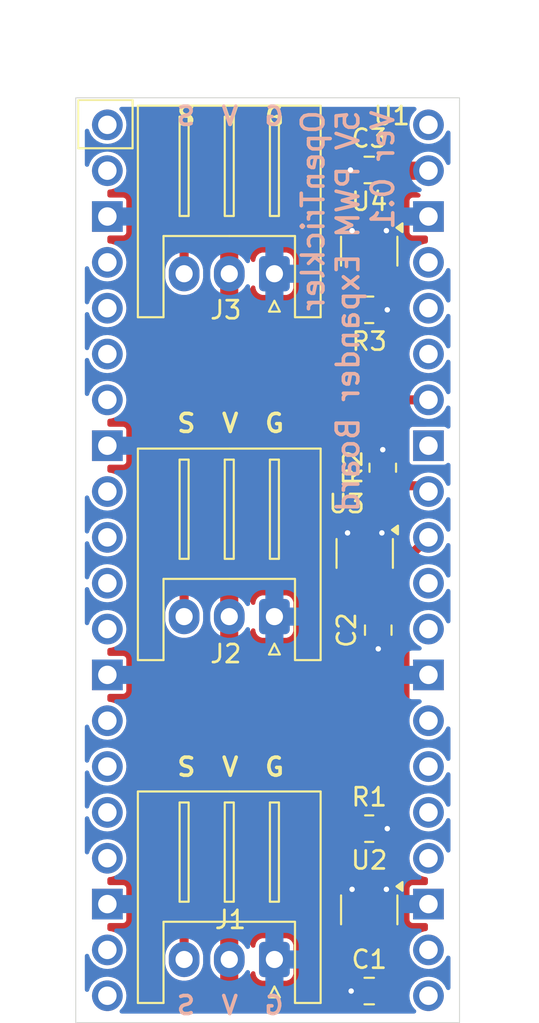
<source format=kicad_pcb>
(kicad_pcb (version 20240108) (generator "pcbnew") (generator_version "8.0")
  (layers (0 "F.Cu" signal) (31 "B.Cu" signal) (34 "B.Paste" user) (35 "F.Paste" user) (36 "B.SilkS" user "B.Silkscreen") (37 "F.SilkS" user "F.Silkscreen") (38 "B.Mask" user) (39 "F.Mask" user) (44 "Edge.Cuts" user))
  (net 0 "")
  (net 1 "+5V")
  (net 2 "GND")
  (net 3 "Net-(J1-Pin_3)")
  (net 4 "Net-(J2-Pin_3)")
  (net 5 "Net-(J3-Pin_3)")
  (net 6 "LOGIC_OUT_1")
  (net 7 "LOGIC_OUT_2")
  (net 8 "LOGIC_OUT_3")
  (footprint "Package_TO_SOT_SMD:SOT-23-5" (layer "F.Cu") (at 138.75 97.5 -90)
    (property "Reference" "U2" (at -2.75 0 180) (layer "F.SilkS"))
    (property "Value" "74LVC1G125")
    (fp_line (start 0 1.56) (end -0.8 1.56) (stroke (width 0.12)) (layer "F.SilkS"))
    (fp_line (start 0 1.56) (end 0.8 1.56) (stroke (width 0.12)) (layer "F.SilkS"))
    (fp_line (start 0 -1.56) (end -0.8 -1.56) (stroke (width 0.12)) (layer "F.SilkS"))
    (fp_line (start 0 -1.56) (end 0.8 -1.56) (stroke (width 0.12)) (layer "F.SilkS"))
    (fp_poly (pts (xy -1.3 -1.51) (xy -1.54 -1.84) (xy -1.06 -1.84) (xy -1.3 -1.51)) (stroke (width 0.12)) (fill solid) (layer "F.SilkS"))
    (pad "1" smd roundrect (at -1.1375 -0.95 270) (size 1.325 0.6) (layers "F.Cu" "F.Paste" "F.Mask") (net 2 "GND"))
    (pad "2" smd roundrect (at -1.1375 0 270) (size 1.325 0.6) (layers "F.Cu" "F.Paste" "F.Mask") (net 6 "LOGIC_OUT_1"))
    (pad "3" smd roundrect (at -1.1375 0.95 270) (size 1.325 0.6) (layers "F.Cu" "F.Paste" "F.Mask") (net 2 "GND"))
    (pad "4" smd roundrect (at 1.1375 0.95 270) (size 1.325 0.6) (layers "F.Cu" "F.Paste" "F.Mask") (net 3 "Net-(J1-Pin_3)"))
    (pad "5" smd roundrect (at 1.1375 -0.95 270) (size 1.325 0.6) (layers "F.Cu" "F.Paste" "F.Mask") (net 1 "+5V"))
  )
  (footprint "Package_TO_SOT_SMD:SOT-23-5" (layer "F.Cu") (at 138.5 77.75 -90)
    (property "Reference" "U3" (at -2.75 1 180) (layer "F.SilkS"))
    (property "Value" "74LVC1G125")
    (fp_line (start 0 1.56) (end -0.8 1.56) (stroke (width 0.12)) (layer "F.SilkS"))
    (fp_line (start 0 1.56) (end 0.8 1.56) (stroke (width 0.12)) (layer "F.SilkS"))
    (fp_line (start 0 -1.56) (end -0.8 -1.56) (stroke (width 0.12)) (layer "F.SilkS"))
    (fp_line (start 0 -1.56) (end 0.8 -1.56) (stroke (width 0.12)) (layer "F.SilkS"))
    (fp_poly (pts (xy -1.3 -1.51) (xy -1.54 -1.84) (xy -1.06 -1.84) (xy -1.3 -1.51)) (stroke (width 0.12)) (fill solid) (layer "F.SilkS"))
    (pad "1" smd roundrect (at -1.1375 -0.95 270) (size 1.325 0.6) (layers "F.Cu" "F.Paste" "F.Mask") (net 2 "GND"))
    (pad "2" smd roundrect (at -1.1375 0 270) (size 1.325 0.6) (layers "F.Cu" "F.Paste" "F.Mask") (net 7 "LOGIC_OUT_2"))
    (pad "3" smd roundrect (at -1.1375 0.95 270) (size 1.325 0.6) (layers "F.Cu" "F.Paste" "F.Mask") (net 2 "GND"))
    (pad "4" smd roundrect (at 1.1375 0.95 270) (size 1.325 0.6) (layers "F.Cu" "F.Paste" "F.Mask") (net 4 "Net-(J2-Pin_3)"))
    (pad "5" smd roundrect (at 1.1375 -0.95 270) (size 1.325 0.6) (layers "F.Cu" "F.Paste" "F.Mask") (net 1 "+5V"))
  )
  (footprint "RPi_Pico:RPi_Pico_FootprintOnly" (layer "F.Cu") (at 133.14 78.13)
    (property "Reference" "U1" (at 6.86 -24.63 0) (layer "F.SilkS"))
    (property "Value" "Pico")
    (fp_line (start -10.5 -25.5) (end -10.5 -22.833) (stroke (width 0.1)) (layer "F.SilkS"))
    (fp_line (start -10.5 -25.5) (end -7.493 -25.5) (stroke (width 0.1)) (layer "F.SilkS"))
    (fp_line (start -10.5 -22.833) (end -7.493 -22.833) (stroke (width 0.12)) (layer "F.SilkS"))
    (fp_line (start -7.493 -22.833) (end -7.493 -25.5) (stroke (width 0.12)) (layer "F.SilkS"))
    (pad "1" thru_hole oval (at -8.89 -24.13) (size 1.7 1.7) (drill 1.02) (layers "*.Cu" "*.Mask"))
    (pad "2" thru_hole oval (at -8.89 -21.59) (size 1.7 1.7) (drill 1.02) (layers "*.Cu" "*.Mask"))
    (pad "3" thru_hole rect (at -8.89 -19.05) (size 1.7 1.7) (drill 1.02) (layers "*.Cu" "*.Mask") (net 2 "GND"))
    (pad "4" thru_hole oval (at -8.89 -16.51) (size 1.7 1.7) (drill 1.02) (layers "*.Cu" "*.Mask"))
    (pad "5" thru_hole oval (at -8.89 -13.97) (size 1.7 1.7) (drill 1.02) (layers "*.Cu" "*.Mask"))
    (pad "6" thru_hole oval (at -8.89 -11.43) (size 1.7 1.7) (drill 1.02) (layers "*.Cu" "*.Mask"))
    (pad "7" thru_hole oval (at -8.89 -8.89) (size 1.7 1.7) (drill 1.02) (layers "*.Cu" "*.Mask"))
    (pad "8" thru_hole rect (at -8.89 -6.35) (size 1.7 1.7) (drill 1.02) (layers "*.Cu" "*.Mask") (net 2 "GND"))
    (pad "9" thru_hole oval (at -8.89 -3.81) (size 1.7 1.7) (drill 1.02) (layers "*.Cu" "*.Mask"))
    (pad "10" thru_hole oval (at -8.89 -1.27) (size 1.7 1.7) (drill 1.02) (layers "*.Cu" "*.Mask"))
    (pad "11" thru_hole oval (at -8.89 1.27) (size 1.7 1.7) (drill 1.02) (layers "*.Cu" "*.Mask"))
    (pad "12" thru_hole oval (at -8.89 3.81) (size 1.7 1.7) (drill 1.02) (layers "*.Cu" "*.Mask"))
    (pad "13" thru_hole rect (at -8.89 6.35) (size 1.7 1.7) (drill 1.02) (layers "*.Cu" "*.Mask") (net 2 "GND"))
    (pad "14" thru_hole oval (at -8.89 8.89) (size 1.7 1.7) (drill 1.02) (layers "*.Cu" "*.Mask"))
    (pad "15" thru_hole oval (at -8.89 11.43) (size 1.7 1.7) (drill 1.02) (layers "*.Cu" "*.Mask"))
    (pad "16" thru_hole oval (at -8.89 13.97) (size 1.7 1.7) (drill 1.02) (layers "*.Cu" "*.Mask"))
    (pad "17" thru_hole oval (at -8.89 16.51) (size 1.7 1.7) (drill 1.02) (layers "*.Cu" "*.Mask"))
    (pad "18" thru_hole rect (at -8.89 19.05) (size 1.7 1.7) (drill 1.02) (layers "*.Cu" "*.Mask") (net 2 "GND"))
    (pad "19" thru_hole oval (at -8.89 21.59) (size 1.7 1.7) (drill 1.02) (layers "*.Cu" "*.Mask"))
    (pad "20" thru_hole oval (at -8.89 24.13) (size 1.7 1.7) (drill 1.02) (layers "*.Cu" "*.Mask"))
    (pad "21" thru_hole oval (at 8.89 24.13) (size 1.7 1.7) (drill 1.02) (layers "*.Cu" "*.Mask"))
    (pad "22" thru_hole oval (at 8.89 21.59) (size 1.7 1.7) (drill 1.02) (layers "*.Cu" "*.Mask"))
    (pad "23" thru_hole rect (at 8.89 19.05) (size 1.7 1.7) (drill 1.02) (layers "*.Cu" "*.Mask") (net 2 "GND"))
    (pad "24" thru_hole oval (at 8.89 16.51) (size 1.7 1.7) (drill 1.02) (layers "*.Cu" "*.Mask"))
    (pad "25" thru_hole oval (at 8.89 13.97) (size 1.7 1.7) (drill 1.02) (layers "*.Cu" "*.Mask"))
    (pad "26" thru_hole oval (at 8.89 11.43) (size 1.7 1.7) (drill 1.02) (layers "*.Cu" "*.Mask"))
    (pad "27" thru_hole oval (at 8.89 8.89) (size 1.7 1.7) (drill 1.02) (layers "*.Cu" "*.Mask"))
    (pad "28" thru_hole rect (at 8.89 6.35) (size 1.7 1.7) (drill 1.02) (layers "*.Cu" "*.Mask") (net 2 "GND"))
    (pad "29" thru_hole oval (at 8.89 3.81) (size 1.7 1.7) (drill 1.02) (layers "*.Cu" "*.Mask"))
    (pad "30" thru_hole oval (at 8.89 1.27) (size 1.7 1.7) (drill 1.02) (layers "*.Cu" "*.Mask"))
    (pad "31" thru_hole oval (at 8.89 -1.27) (size 1.7 1.7) (drill 1.02) (layers "*.Cu" "*.Mask") (net 6 "LOGIC_OUT_1"))
    (pad "32" thru_hole oval (at 8.89 -3.81) (size 1.7 1.7) (drill 1.02) (layers "*.Cu" "*.Mask") (net 7 "LOGIC_OUT_2"))
    (pad "33" thru_hole rect (at 8.89 -6.35) (size 1.7 1.7) (drill 1.02) (layers "*.Cu" "*.Mask"))
    (pad "34" thru_hole oval (at 8.89 -8.89) (size 1.7 1.7) (drill 1.02) (layers "*.Cu" "*.Mask") (net 8 "LOGIC_OUT_3"))
    (pad "35" thru_hole oval (at 8.89 -11.43) (size 1.7 1.7) (drill 1.02) (layers "*.Cu" "*.Mask"))
    (pad "36" thru_hole oval (at 8.89 -13.97) (size 1.7 1.7) (drill 1.02) (layers "*.Cu" "*.Mask"))
    (pad "37" thru_hole oval (at 8.89 -16.51) (size 1.7 1.7) (drill 1.02) (layers "*.Cu" "*.Mask"))
    (pad "38" thru_hole rect (at 8.89 -19.05) (size 1.7 1.7) (drill 1.02) (layers "*.Cu" "*.Mask") (net 2 "GND"))
    (pad "39" thru_hole oval (at 8.89 -21.59) (size 1.7 1.7) (drill 1.02) (layers "*.Cu" "*.Mask") (net 1 "+5V"))
    (pad "40" thru_hole oval (at 8.89 -24.13) (size 1.7 1.7) (drill 1.02) (layers "*.Cu" "*.Mask"))
  )
  (footprint "Resistor_SMD:R_0805_2012Metric_Pad1.20x1.40mm_HandSolder" (layer "F.Cu") (at 139.5 73 90)
    (property "Reference" "R2" (at 0 -1.65 -90) (layer "F.SilkS"))
    (property "Value" "4.7k")
    (fp_line (start -0.227064 -0.735) (end 0.227064 -0.735) (stroke (width 0.12)) (layer "F.SilkS"))
    (fp_line (start -0.227064 0.735) (end 0.227064 0.735) (stroke (width 0.12)) (layer "F.SilkS"))
    (pad "1" smd roundrect (at -1 0 90) (size 1.2 1.4) (layers "F.Cu" "F.Paste" "F.Mask") (roundrect_rratio 0.208333) (net 7 "LOGIC_OUT_2"))
    (pad "2" smd roundrect (at 1 0 90) (size 1.2 1.4) (layers "F.Cu" "F.Paste" "F.Mask") (roundrect_rratio 0.208333) (net 2 "GND"))
  )
  (footprint "Connector_JST:JST_XH_S3B-XH-A_1x03_P2.50mm_Horizontal" (layer "F.Cu") (at 133.5 100.25 180)
    (property "Reference" "J1" (at 2.436 2.206 180) (layer "F.SilkS"))
    (property "Value" "Conn_01x03_Pin")
    (fp_line (start 7.56 9.31) (end 7.56 -2.41) (stroke (width 0.12)) (layer "F.SilkS"))
    (fp_line (start 7.56 -2.41) (end 6.14 -2.41) (stroke (width 0.12)) (layer "F.SilkS"))
    (fp_line (start 6.14 2.09) (end 2.5 2.09) (stroke (width 0.12)) (layer "F.SilkS"))
    (fp_line (start 6.14 -2.41) (end 6.14 2.09) (stroke (width 0.12)) (layer "F.SilkS"))
    (fp_line (start 5.25 8.7) (end 5.25 3.2) (stroke (width 0.12)) (layer "F.SilkS"))
    (fp_line (start 5.25 3.2) (end 4.75 3.2) (stroke (width 0.12)) (layer "F.SilkS"))
    (fp_line (start 4.75 8.7) (end 5.25 8.7) (stroke (width 0.12)) (layer "F.SilkS"))
    (fp_line (start 4.75 3.2) (end 4.75 8.7) (stroke (width 0.12)) (layer "F.SilkS"))
    (fp_line (start 2.75 8.7) (end 2.75 3.2) (stroke (width 0.12)) (layer "F.SilkS"))
    (fp_line (start 2.75 3.2) (end 2.25 3.2) (stroke (width 0.12)) (layer "F.SilkS"))
    (fp_line (start 2.5 9.31) (end 7.56 9.31) (stroke (width 0.12)) (layer "F.SilkS"))
    (fp_line (start 2.5 9.31) (end -2.56 9.31) (stroke (width 0.12)) (layer "F.SilkS"))
    (fp_line (start 2.25 8.7) (end 2.75 8.7) (stroke (width 0.12)) (layer "F.SilkS"))
    (fp_line (start 2.25 3.2) (end 2.25 8.7) (stroke (width 0.12)) (layer "F.SilkS"))
    (fp_line (start 0.3 -2.1) (end 0 -1.5) (stroke (width 0.12)) (layer "F.SilkS"))
    (fp_line (start 0.25 8.7) (end 0.25 3.2) (stroke (width 0.12)) (layer "F.SilkS"))
    (fp_line (start 0.25 3.2) (end -0.25 3.2) (stroke (width 0.12)) (layer "F.SilkS"))
    (fp_line (start 0 -1.5) (end -0.3 -2.1) (stroke (width 0.12)) (layer "F.SilkS"))
    (fp_line (start -0.25 8.7) (end 0.25 8.7) (stroke (width 0.12)) (layer "F.SilkS"))
    (fp_line (start -0.25 3.2) (end -0.25 8.7) (stroke (width 0.12)) (layer "F.SilkS"))
    (fp_line (start -0.3 -2.1) (end 0.3 -2.1) (stroke (width 0.12)) (layer "F.SilkS"))
    (fp_line (start -1.14 2.09) (end 2.5 2.09) (stroke (width 0.12)) (layer "F.SilkS"))
    (fp_line (start -1.14 -2.41) (end -1.14 2.09) (stroke (width 0.12)) (layer "F.SilkS"))
    (fp_line (start -2.56 9.31) (end -2.56 -2.41) (stroke (width 0.12)) (layer "F.SilkS"))
    (fp_line (start -2.56 -2.41) (end -1.14 -2.41) (stroke (width 0.12)) (layer "F.SilkS"))
    (pad "1" thru_hole roundrect (at 0 0 180) (size 1.7 1.95) (drill 0.95) (layers "*.Cu" "*.Mask") (roundrect_rratio 0.147059) (net 2 "GND"))
    (pad "2" thru_hole oval (at 2.5 0 180) (size 1.7 1.95) (drill 0.95) (layers "*.Cu" "*.Mask") (net 1 "+5V"))
    (pad "3" thru_hole oval (at 5 0 180) (size 1.7 1.95) (drill 0.95) (layers "*.Cu" "*.Mask") (net 3 "Net-(J1-Pin_3)"))
  )
  (footprint "Connector_JST:JST_XH_S3B-XH-A_1x03_P2.50mm_Horizontal" (layer "F.Cu") (at 133.5 62.25 180)
    (property "Reference" "J3" (at 2.69 -2.012 180) (layer "F.SilkS"))
    (property "Value" "Conn_01x03_Pin")
    (fp_line (start 7.56 9.31) (end 7.56 -2.41) (stroke (width 0.12)) (layer "F.SilkS"))
    (fp_line (start 7.56 -2.41) (end 6.14 -2.41) (stroke (width 0.12)) (layer "F.SilkS"))
    (fp_line (start 6.14 2.09) (end 2.5 2.09) (stroke (width 0.12)) (layer "F.SilkS"))
    (fp_line (start 6.14 -2.41) (end 6.14 2.09) (stroke (width 0.12)) (layer "F.SilkS"))
    (fp_line (start 5.25 8.7) (end 5.25 3.2) (stroke (width 0.12)) (layer "F.SilkS"))
    (fp_line (start 5.25 3.2) (end 4.75 3.2) (stroke (width 0.12)) (layer "F.SilkS"))
    (fp_line (start 4.75 8.7) (end 5.25 8.7) (stroke (width 0.12)) (layer "F.SilkS"))
    (fp_line (start 4.75 3.2) (end 4.75 8.7) (stroke (width 0.12)) (layer "F.SilkS"))
    (fp_line (start 2.75 8.7) (end 2.75 3.2) (stroke (width 0.12)) (layer "F.SilkS"))
    (fp_line (start 2.75 3.2) (end 2.25 3.2) (stroke (width 0.12)) (layer "F.SilkS"))
    (fp_line (start 2.5 9.31) (end 7.56 9.31) (stroke (width 0.12)) (layer "F.SilkS"))
    (fp_line (start 2.5 9.31) (end -2.56 9.31) (stroke (width 0.12)) (layer "F.SilkS"))
    (fp_line (start 2.25 8.7) (end 2.75 8.7) (stroke (width 0.12)) (layer "F.SilkS"))
    (fp_line (start 2.25 3.2) (end 2.25 8.7) (stroke (width 0.12)) (layer "F.SilkS"))
    (fp_line (start 0.3 -2.1) (end 0 -1.5) (stroke (width 0.12)) (layer "F.SilkS"))
    (fp_line (start 0.25 8.7) (end 0.25 3.2) (stroke (width 0.12)) (layer "F.SilkS"))
    (fp_line (start 0.25 3.2) (end -0.25 3.2) (stroke (width 0.12)) (layer "F.SilkS"))
    (fp_line (start 0 -1.5) (end -0.3 -2.1) (stroke (width 0.12)) (layer "F.SilkS"))
    (fp_line (start -0.25 8.7) (end 0.25 8.7) (stroke (width 0.12)) (layer "F.SilkS"))
    (fp_line (start -0.25 3.2) (end -0.25 8.7) (stroke (width 0.12)) (layer "F.SilkS"))
    (fp_line (start -0.3 -2.1) (end 0.3 -2.1) (stroke (width 0.12)) (layer "F.SilkS"))
    (fp_line (start -1.14 2.09) (end 2.5 2.09) (stroke (width 0.12)) (layer "F.SilkS"))
    (fp_line (start -1.14 -2.41) (end -1.14 2.09) (stroke (width 0.12)) (layer "F.SilkS"))
    (fp_line (start -2.56 9.31) (end -2.56 -2.41) (stroke (width 0.12)) (layer "F.SilkS"))
    (fp_line (start -2.56 -2.41) (end -1.14 -2.41) (stroke (width 0.12)) (layer "F.SilkS"))
    (pad "1" thru_hole roundrect (at 0 0 180) (size 1.7 1.95) (drill 0.95) (layers "*.Cu" "*.Mask") (roundrect_rratio 0.147059) (net 2 "GND"))
    (pad "2" thru_hole oval (at 2.5 0 180) (size 1.7 1.95) (drill 0.95) (layers "*.Cu" "*.Mask") (net 1 "+5V"))
    (pad "3" thru_hole oval (at 5 0 180) (size 1.7 1.95) (drill 0.95) (layers "*.Cu" "*.Mask") (net 5 "Net-(J3-Pin_3)"))
  )
  (footprint "Capacitor_SMD:C_0805_2012Metric_Pad1.18x1.45mm_HandSolder" (layer "F.Cu") (at 139.25 82 -90)
    (property "Reference" "C2" (at 0 1.75 90) (layer "F.SilkS"))
    (property "Value" "100nF")
    (fp_line (start -0.261252 0.735) (end 0.261252 0.735) (stroke (width 0.12)) (layer "F.SilkS"))
    (fp_line (start -0.261252 -0.735) (end 0.261252 -0.735) (stroke (width 0.12)) (layer "F.SilkS"))
    (pad "1" smd roundrect (at -1.0375 0 270) (size 1.175 1.45) (layers "F.Cu" "F.Paste" "F.Mask") (roundrect_rratio 0.212766) (net 1 "+5V"))
    (pad "2" smd roundrect (at 1.0375 0 270) (size 1.175 1.45) (layers "F.Cu" "F.Paste" "F.Mask") (roundrect_rratio 0.212766) (net 2 "GND"))
  )
  (footprint "Capacitor_SMD:C_0805_2012Metric_Pad1.18x1.45mm_HandSolder" (layer "F.Cu") (at 138.75 102 180)
    (property "Reference" "C1" (at 0 1.75 180) (layer "F.SilkS"))
    (property "Value" "100nF")
    (fp_line (start -0.261252 0.735) (end 0.261252 0.735) (stroke (width 0.12)) (layer "F.SilkS"))
    (fp_line (start -0.261252 -0.735) (end 0.261252 -0.735) (stroke (width 0.12)) (layer "F.SilkS"))
    (pad "1" smd roundrect (at -1.0375 0 180) (size 1.175 1.45) (layers "F.Cu" "F.Paste" "F.Mask") (roundrect_rratio 0.212766) (net 1 "+5V"))
    (pad "2" smd roundrect (at 1.0375 0 180) (size 1.175 1.45) (layers "F.Cu" "F.Paste" "F.Mask") (roundrect_rratio 0.212766) (net 2 "GND"))
  )
  (footprint "Resistor_SMD:R_0805_2012Metric_Pad1.20x1.40mm_HandSolder" (layer "F.Cu") (at 138.75 93)
    (property "Reference" "R1" (at 0 -1.75 0) (layer "F.SilkS"))
    (property "Value" "4.7k")
    (fp_line (start -0.227064 -0.735) (end 0.227064 -0.735) (stroke (width 0.12)) (layer "F.SilkS"))
    (fp_line (start -0.227064 0.735) (end 0.227064 0.735) (stroke (width 0.12)) (layer "F.SilkS"))
    (pad "1" smd roundrect (at -1 0) (size 1.2 1.4) (layers "F.Cu" "F.Paste" "F.Mask") (roundrect_rratio 0.208333) (net 6 "LOGIC_OUT_1"))
    (pad "2" smd roundrect (at 1 0) (size 1.2 1.4) (layers "F.Cu" "F.Paste" "F.Mask") (roundrect_rratio 0.208333) (net 2 "GND"))
  )
  (footprint "Package_TO_SOT_SMD:SOT-23-5" (layer "F.Cu") (at 138.75 61 -90)
    (property "Reference" "U4" (at -2.75 0 180) (layer "F.SilkS"))
    (property "Value" "74LVC1G125")
    (fp_line (start 0 1.56) (end -0.8 1.56) (stroke (width 0.12)) (layer "F.SilkS"))
    (fp_line (start 0 1.56) (end 0.8 1.56) (stroke (width 0.12)) (layer "F.SilkS"))
    (fp_line (start 0 -1.56) (end -0.8 -1.56) (stroke (width 0.12)) (layer "F.SilkS"))
    (fp_line (start 0 -1.56) (end 0.8 -1.56) (stroke (width 0.12)) (layer "F.SilkS"))
    (fp_poly (pts (xy -1.3 -1.51) (xy -1.54 -1.84) (xy -1.06 -1.84) (xy -1.3 -1.51)) (stroke (width 0.12)) (fill solid) (layer "F.SilkS"))
    (pad "1" smd roundrect (at -1.1375 -0.95 270) (size 1.325 0.6) (layers "F.Cu" "F.Paste" "F.Mask") (net 2 "GND"))
    (pad "2" smd roundrect (at -1.1375 0 270) (size 1.325 0.6) (layers "F.Cu" "F.Paste" "F.Mask") (net 8 "LOGIC_OUT_3"))
    (pad "3" smd roundrect (at -1.1375 0.95 270) (size 1.325 0.6) (layers "F.Cu" "F.Paste" "F.Mask") (net 2 "GND"))
    (pad "4" smd roundrect (at 1.1375 0.95 270) (size 1.325 0.6) (layers "F.Cu" "F.Paste" "F.Mask") (net 5 "Net-(J3-Pin_3)"))
    (pad "5" smd roundrect (at 1.1375 -0.95 270) (size 1.325 0.6) (layers "F.Cu" "F.Paste" "F.Mask") (net 1 "+5V"))
  )
  (footprint "Resistor_SMD:R_0805_2012Metric_Pad1.20x1.40mm_HandSolder" (layer "F.Cu") (at 138.75 64.25)
    (property "Reference" "R3" (at 0 1.75 0) (layer "F.SilkS"))
    (property "Value" "4.7k")
    (fp_line (start -0.227064 -0.735) (end 0.227064 -0.735) (stroke (width 0.12)) (layer "F.SilkS"))
    (fp_line (start -0.227064 0.735) (end 0.227064 0.735) (stroke (width 0.12)) (layer "F.SilkS"))
    (pad "1" smd roundrect (at -1 0) (size 1.2 1.4) (layers "F.Cu" "F.Paste" "F.Mask") (roundrect_rratio 0.208333) (net 8 "LOGIC_OUT_3"))
    (pad "2" smd roundrect (at 1 0) (size 1.2 1.4) (layers "F.Cu" "F.Paste" "F.Mask") (roundrect_rratio 0.208333) (net 2 "GND"))
  )
  (footprint "Connector_JST:JST_XH_S3B-XH-A_1x03_P2.50mm_Horizontal" (layer "F.Cu") (at 133.5 81.25 180)
    (property "Reference" "J2" (at 2.69 -2.062 180) (layer "F.SilkS"))
    (property "Value" "Conn_01x03_Pin")
    (fp_line (start 7.56 9.31) (end 7.56 -2.41) (stroke (width 0.12)) (layer "F.SilkS"))
    (fp_line (start 7.56 -2.41) (end 6.14 -2.41) (stroke (width 0.12)) (layer "F.SilkS"))
    (fp_line (start 6.14 2.09) (end 2.5 2.09) (stroke (width 0.12)) (layer "F.SilkS"))
    (fp_line (start 6.14 -2.41) (end 6.14 2.09) (stroke (width 0.12)) (layer "F.SilkS"))
    (fp_line (start 5.25 8.7) (end 5.25 3.2) (stroke (width 0.12)) (layer "F.SilkS"))
    (fp_line (start 5.25 3.2) (end 4.75 3.2) (stroke (width 0.12)) (layer "F.SilkS"))
    (fp_line (start 4.75 8.7) (end 5.25 8.7) (stroke (width 0.12)) (layer "F.SilkS"))
    (fp_line (start 4.75 3.2) (end 4.75 8.7) (stroke (width 0.12)) (layer "F.SilkS"))
    (fp_line (start 2.75 8.7) (end 2.75 3.2) (stroke (width 0.12)) (layer "F.SilkS"))
    (fp_line (start 2.75 3.2) (end 2.25 3.2) (stroke (width 0.12)) (layer "F.SilkS"))
    (fp_line (start 2.5 9.31) (end 7.56 9.31) (stroke (width 0.12)) (layer "F.SilkS"))
    (fp_line (start 2.5 9.31) (end -2.56 9.31) (stroke (width 0.12)) (layer "F.SilkS"))
    (fp_line (start 2.25 8.7) (end 2.75 8.7) (stroke (width 0.12)) (layer "F.SilkS"))
    (fp_line (start 2.25 3.2) (end 2.25 8.7) (stroke (width 0.12)) (layer "F.SilkS"))
    (fp_line (start 0.3 -2.1) (end 0 -1.5) (stroke (width 0.12)) (layer "F.SilkS"))
    (fp_line (start 0.25 8.7) (end 0.25 3.2) (stroke (width 0.12)) (layer "F.SilkS"))
    (fp_line (start 0.25 3.2) (end -0.25 3.2) (stroke (width 0.12)) (layer "F.SilkS"))
    (fp_line (start 0 -1.5) (end -0.3 -2.1) (stroke (width 0.12)) (layer "F.SilkS"))
    (fp_line (start -0.25 8.7) (end 0.25 8.7) (stroke (width 0.12)) (layer "F.SilkS"))
    (fp_line (start -0.25 3.2) (end -0.25 8.7) (stroke (width 0.12)) (layer "F.SilkS"))
    (fp_line (start -0.3 -2.1) (end 0.3 -2.1) (stroke (width 0.12)) (layer "F.SilkS"))
    (fp_line (start -1.14 2.09) (end 2.5 2.09) (stroke (width 0.12)) (layer "F.SilkS"))
    (fp_line (start -1.14 -2.41) (end -1.14 2.09) (stroke (width 0.12)) (layer "F.SilkS"))
    (fp_line (start -2.56 9.31) (end -2.56 -2.41) (stroke (width 0.12)) (layer "F.SilkS"))
    (fp_line (start -2.56 -2.41) (end -1.14 -2.41) (stroke (width 0.12)) (layer "F.SilkS"))
    (pad "1" thru_hole roundrect (at 0 0 180) (size 1.7 1.95) (drill 0.95) (layers "*.Cu" "*.Mask") (roundrect_rratio 0.147059) (net 2 "GND"))
    (pad "2" thru_hole oval (at 2.5 0 180) (size 1.7 1.95) (drill 0.95) (layers "*.Cu" "*.Mask") (net 1 "+5V"))
    (pad "3" thru_hole oval (at 5 0 180) (size 1.7 1.95) (drill 0.95) (layers "*.Cu" "*.Mask") (net 4 "Net-(J2-Pin_3)"))
  )
  (footprint "Capacitor_SMD:C_0805_2012Metric_Pad1.18x1.45mm_HandSolder" (layer "F.Cu") (at 138.75 56.5 180)
    (property "Reference" "C3" (at 0 1.75 180) (layer "F.SilkS"))
    (property "Value" "100nF")
    (fp_line (start -0.261252 0.735) (end 0.261252 0.735) (stroke (width 0.12)) (layer "F.SilkS"))
    (fp_line (start -0.261252 -0.735) (end 0.261252 -0.735) (stroke (width 0.12)) (layer "F.SilkS"))
    (pad "1" smd roundrect (at -1.0375 0 180) (size 1.175 1.45) (layers "F.Cu" "F.Paste" "F.Mask") (roundrect_rratio 0.212766) (net 1 "+5V"))
    (pad "2" smd roundrect (at 1.0375 0 180) (size 1.175 1.45) (layers "F.Cu" "F.Paste" "F.Mask") (roundrect_rratio 0.212766) (net 2 "GND"))
  )
  (gr_rect (start 122.5 52.5) (end 143.75 103.75) (stroke (width 0.05)) (fill none) (layer "Edge.Cuts"))
  (gr_text "OpenTrickler\n5V PWM Expander Board\nVer 0.1" (at 140.208 53.086 90) (layer "B.SilkS") (effects (font (size 1.2 1.2) (thickness 0.2) (bold yes)) (justify left bottom mirror)))
  (gr_text "G  V  S" (at 134.112 54.102 0) (layer "B.SilkS") (effects (font (size 1 1) (thickness 0.2) (bold yes)) (justify left bottom mirror)))
  (gr_text "G  V  S" (at 134.112 103.378 0) (layer "B.SilkS") (effects (font (size 1 1) (thickness 0.2) (bold yes)) (justify left bottom mirror)))
  (gr_text "S  V  G" (at 128.016 90.17 0) (layer "F.SilkS") (effects (font (size 1 1) (thickness 0.2) (bold yes)) (justify left bottom)))
  (gr_text "S  V  G" (at 128.016 71.12 0) (layer "F.SilkS") (effects (font (size 1 1) (thickness 0.2) (bold yes)) (justify left bottom)))
  (gr_text "S  V  G" (at 128.016 54.102 0) (layer "F.SilkS") (effects (font (size 1 1) (thickness 0.2) (bold yes)) (justify left bottom)))
  (segment (start 139.8275 56.54) (end 139.7875 56.5) (width 1) (layer "F.Cu") (net 1))
  (segment (start 142.03 56.54) (end 139.8275 56.54) (width 1) (layer "F.Cu") (net 1))
  (segment (start 137.7125 102) (end 137.75 102) (width 0.5) (layer "F.Cu") (net 2))
  (via (at 137.75 102) (size 0.6) (drill 0.3) (layers "F.Cu" "B.Cu") (net 2))
  (via (at 137.55 76.6125) (size 0.6) (drill 0.3) (layers "F.Cu" "B.Cu") (net 2))
  (via (at 137.8 96.3625) (size 0.6) (drill 0.3) (layers "F.Cu" "B.Cu") (net 2))
  (via (at 139.75 64.25) (size 0.6) (drill 0.3) (layers "F.Cu" "B.Cu") (net 2))
  (via (at 139.7 59.8625) (size 0.6) (drill 0.3) (layers "F.Cu" "B.Cu") (net 2))
  (via (at 139.5 72) (size 0.6) (drill 0.3) (layers "F.Cu" "B.Cu") (net 2))
  (via (at 139.75 93) (size 0.6) (drill 0.3) (layers "F.Cu" "B.Cu") (net 2))
  (via (at 139.7 96.3625) (size 0.6) (drill 0.3) (layers "F.Cu" "B.Cu") (net 2))
  (via (at 139.25 83.0375) (size 0.6) (drill 0.3) (layers "F.Cu" "B.Cu") (net 2))
  (via (at 137.8 59.8625) (size 0.6) (drill 0.3) (layers "F.Cu" "B.Cu") (net 2))
  (via (at 137.7125 56.5) (size 0.6) (drill 0.3) (layers "F.Cu" "B.Cu") (net 2))
  (via (at 139.45 76.6125) (size 0.6) (drill 0.3) (layers "F.Cu" "B.Cu") (net 2))
  (segment (start 137.8 98.6375) (end 136.1625 97) (width 0.5) (layer "F.Cu") (net 3))
  (segment (start 128.5 98.5) (end 128.5 100.25) (width 0.5) (layer "F.Cu") (net 3))
  (segment (start 130 97) (end 128.5 98.5) (width 0.5) (layer "F.Cu") (net 3))
  (segment (start 136.1625 97) (end 130 97) (width 0.5) (layer "F.Cu") (net 3))
  (segment (start 137.55 78.8875) (end 129.6125 78.8875) (width 0.5) (layer "F.Cu") (net 4))
  (segment (start 128.5 80) (end 128.5 81.25) (width 0.5) (layer "F.Cu") (net 4))
  (segment (start 129.6125 78.8875) (end 128.5 80) (width 0.5) (layer "F.Cu") (net 4))
  (segment (start 128.5 62.25) (end 128.5 61) (width 0.5) (layer "F.Cu") (net 5))
  (segment (start 128.5 61) (end 129.75 59.75) (width 0.5) (layer "F.Cu") (net 5))
  (segment (start 129.75 59.75) (end 135.4125 59.75) (width 0.5) (layer "F.Cu") (net 5))
  (segment (start 135.4125 59.75) (end 137.8 62.1375) (width 0.5) (layer "F.Cu") (net 5))
  (segment (start 142.03 76.86) (end 140.73 78.16) (width 0.5) (layer "F.Cu") (net 6))
  (segment (start 137.75 93) (end 138.75 94) (width 0.5) (layer "F.Cu") (net 6))
  (segment (start 137.75 92.5) (end 137.75 93) (width 0.5) (layer "F.Cu") (net 6))
  (segment (start 138.75 94) (end 138.75 96.3625) (width 0.5) (layer "F.Cu") (net 6))
  (segment (start 140.73 89.52) (end 137.75 92.5) (width 0.5) (layer "F.Cu") (net 6))
  (segment (start 140.73 78.16) (end 140.73 89.52) (width 0.5) (layer "F.Cu") (net 6))
  (segment (start 138.5 76.6125) (end 138.5 75) (width 0.5) (layer "F.Cu") (net 7))
  (segment (start 138.5 75) (end 139.5 74) (width 0.5) (layer "F.Cu") (net 7))
  (segment (start 141.71 74) (end 142.03 74.32) (width 0.5) (layer "F.Cu") (net 7))
  (segment (start 139.5 74) (end 141.71 74) (width 0.5) (layer "F.Cu") (net 7))
  (segment (start 138.75 59.8625) (end 138.75 63.25) (width 0.5) (layer "F.Cu") (net 8))
  (segment (start 137.75 66.884) (end 140.106 69.24) (width 0.5) (layer "F.Cu") (net 8))
  (segment (start 137.75 64.25) (end 137.75 66.884) (width 0.5) (layer "F.Cu") (net 8))
  (segment (start 140.106 69.24) (end 142.03 69.24) (width 0.5) (layer "F.Cu") (net 8))
  (segment (start 138.75 63.25) (end 137.75 64.25) (width 0.5) (layer "F.Cu") (net 8))
  (zone (net 1) (net_name "+5V") (layer "F.Cu") (name "5V_PLANE") (priority 1) (connect_pads (clearance 0)) (min_thickness 0.25) (fill yes (thermal_gap 0.5) (thermal_bridge_width 1))
    (polygon (pts (xy 124.25 54) (xy 142 54) (xy 142 102.25) (xy 124.25 102.25)))
  )
  (zone (net 2) (net_name "GND") (layer "B.Cu") (name "GND_PLANE") (connect_pads (clearance 0)) (min_thickness 0.25) (fill yes (thermal_gap 0.5) (thermal_bridge_width 1))
    (polygon (pts (xy 122.5 52.5) (xy 143.75 52.5) (xy 143.75 103.75) (xy 122.5 103.75)))
  )
)
</source>
